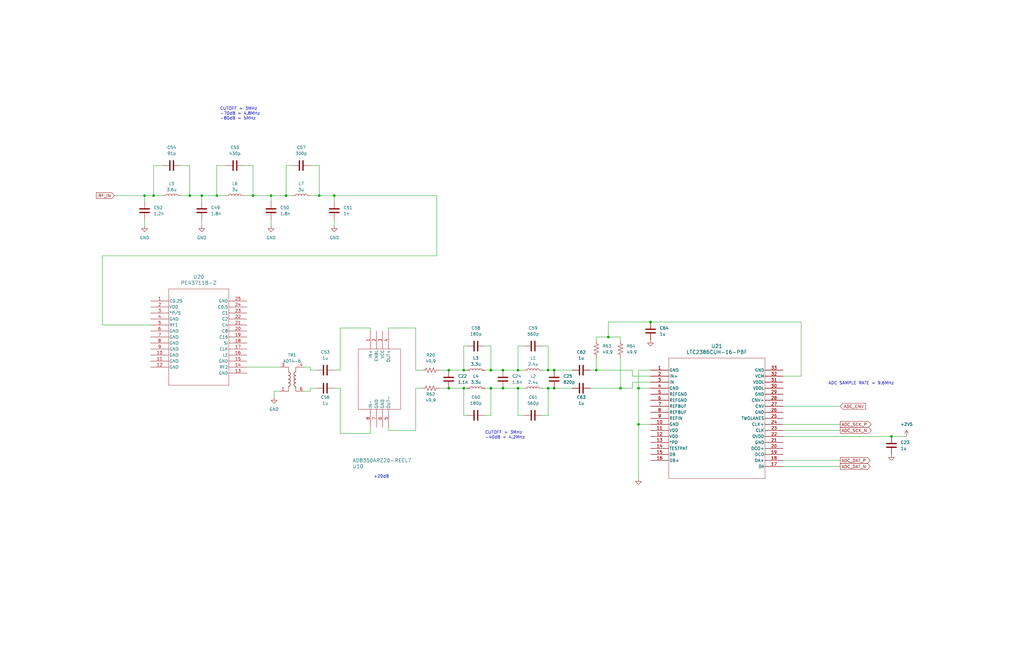
<source format=kicad_sch>
(kicad_sch (version 20230121) (generator eeschema)
  (paper "USLedger")
  (title_block (title "RF Frontend") (date "2024-02-02") (rev "0"))
  (lib_symbols
    (symbol "Device:C" (pin_numbers hide) (pin_names (offset 0.254))
      (property "Reference" "C" (at 0.635 2.54 0))
      (property "Value" "C" (at 0.635 -2.54 0))
      (symbol "C_0_1"
        (polyline (pts (xy -2.032 -0.762) (xy 2.032 -0.762)) (stroke (width 0.508)))
        (polyline (pts (xy -2.032 0.762) (xy 2.032 0.762)) (stroke (width 0.508)))
      )
      (symbol "C_1_1"
        (pin passive line (at 0 3.81 270) (length 2.794) (name "~") (number "1"))
        (pin passive line (at 0 -3.81 90) (length 2.794) (name "~") (number "2"))
      )
    )
    (symbol "Device:L" (pin_numbers hide) (pin_names (offset 1.016) hide)
      (property "Reference" "L" (at -1.27 0 90))
      (property "Value" "L" (at 1.905 0 90))
      (symbol "L_0_1"
        (arc (start 0 -2.54) (mid 0.6323 -1.905) (end 0 -1.27))
        (arc (start 0 -1.27) (mid 0.6323 -0.635) (end 0 0))
        (arc (start 0 0) (mid 0.6323 0.635) (end 0 1.27))
        (arc (start 0 1.27) (mid 0.6323 1.905) (end 0 2.54))
      )
      (symbol "L_1_1"
        (pin passive line (at 0 3.81 270) (length 1.27) (name "1") (number "1"))
        (pin passive line (at 0 -3.81 90) (length 1.27) (name "2") (number "2"))
      )
    )
    (symbol "Device:R_US" (pin_numbers hide) (pin_names (offset 0))
      (property "Reference" "R" (at 2.54 0 90))
      (property "Value" "R_US" (at -2.54 0 90))
      (symbol "R_US_0_1"
        (polyline (pts (xy 0 -2.286) (xy 0 -2.54)))
        (polyline (pts (xy 0 2.286) (xy 0 2.54)))
        (polyline (pts (xy 0 -0.762) (xy 1.016 -1.143) (xy 0 -1.524) (xy -1.016 -1.905) (xy 0 -2.286)))
        (polyline (pts (xy 0 0.762) (xy 1.016 0.381) (xy 0 0) (xy -1.016 -0.381) (xy 0 -0.762)))
        (polyline (pts (xy 0 2.286) (xy 1.016 1.905) (xy 0 1.524) (xy -1.016 1.143) (xy 0 0.762)))
      )
      (symbol "R_US_1_1"
        (pin passive line (at 0 3.81 270) (length 1.27) (name "~") (number "1"))
        (pin passive line (at 0 -3.81 90) (length 1.27) (name "~") (number "2"))
      )
    )
    (symbol "Transformer:ADT4-6" (pin_names hide)
      (property "Reference" "TR" (at 0 6.35 0))
      (property "Value" "ADT4-6" (at 0 -6.35 0))
      (symbol "ADT4-6_0_1"
        (arc (start -1.524 -3.048) (mid -0.7653 -2.286) (end -1.524 -1.524) (stroke (width 0.2032)))
        (arc (start -1.524 -1.524) (mid -0.7653 -0.762) (end -1.524 0) (stroke (width 0.2032)))
        (arc (start -1.524 0) (mid -0.7653 0.762) (end -1.524 1.524) (stroke (width 0.2032)))
        (arc (start -1.524 1.524) (mid -0.7653 2.286) (end -1.524 3.048) (stroke (width 0.2032)))
        (polyline (pts (xy -2.54 5.08) (xy -1.524 5.08) (xy -1.524 3.048)) (stroke (width 0.1524)))
        (polyline (pts (xy -1.524 -3.048) (xy -1.524 -5.08) (xy -2.54 -5.08)) (stroke (width 0.1524)))
        (polyline (pts (xy 1.524 3.048) (xy 1.524 5.08) (xy 2.54 5.08)) (stroke (width 0.1524)))
        (polyline (pts (xy 2.54 -5.08) (xy 1.524 -5.08) (xy 1.524 -3.048)) (stroke (width 0.1524)))
        (arc (start 1.524 -1.524) (mid 0.7653 -2.286) (end 1.524 -3.048) (stroke (width 0.2032)))
        (arc (start 1.524 0) (mid 0.7653 -0.762) (end 1.524 -1.524) (stroke (width 0.2032)))
        (arc (start 1.524 1.524) (mid 0.7653 0.762) (end 1.524 0) (stroke (width 0.2032)))
        (arc (start 1.524 3.048) (mid 0.7653 2.286) (end 1.524 1.524) (stroke (width 0.2032)))
      )
      (symbol "ADT4-6_1_1"
        (pin passive line (at -5.08 -5.08 0) (length 2.54) (name "~") (number "1"))
        (pin passive line (at -5.08 5.08 0) (length 2.54) (name "~") (number "3"))
        (pin passive line (at 5.08 5.08 180) (length 2.54) (name "~") (number "4"))
        (pin passive line (at 5.08 -5.08 180) (length 2.54) (name "~") (number "6"))
      )
    )
    (symbol "bgelb_lib:AD8350ARZ20-REEL7" (pin_names (offset 0.254))
      (property "Reference" "U" (at 20.32 10.16 0))
      (property "Value" "AD8350ARZ20-REEL7" (at 20.32 7.62 0))
      (symbol "AD8350ARZ20-REEL7_0_1"
        (polyline (pts (xy 7.62 -12.7) (xy 33.02 -12.7)) (stroke (width 0.127)))
        (polyline (pts (xy 7.62 5.08) (xy 7.62 -12.7)) (stroke (width 0.127)))
        (polyline (pts (xy 33.02 -12.7) (xy 33.02 5.08)) (stroke (width 0.127)))
        (polyline (pts (xy 33.02 5.08) (xy 7.62 5.08)) (stroke (width 0.127)))
        (pin unspecified line (at 0 0 0) (length 7.62) (name "IN+") (number "1"))
        (pin power_in line (at 0 -2.54 0) (length 7.62) (name "ENBL") (number "2"))
        (pin power_in line (at 0 -5.08 0) (length 7.62) (name "VCC") (number "3"))
        (pin unspecified line (at 0 -7.62 0) (length 7.62) (name "OUT+") (number "4"))
        (pin unspecified line (at 40.64 -7.62 180) (length 7.62) (name "OUT-") (number "5"))
        (pin unspecified line (at 40.64 -5.08 180) (length 7.62) (name "GND") (number "6"))
        (pin unspecified line (at 40.64 -2.54 180) (length 7.62) (name "GND") (number "7"))
        (pin unspecified line (at 40.64 0 180) (length 7.62) (name "IN-") (number "8"))
      )
    )
    (symbol "bgelb_lib:LTC2386CUH-16-PBF" (pin_names (offset 0.254))
      (property "Reference" "U" (at 27.94 10.16 0))
      (property "Value" "LTC2386CUH-16-PBF" (at 27.94 7.62 0))
      (symbol "LTC2386CUH-16-PBF_0_1"
        (polyline (pts (xy 7.62 -45.72) (xy 48.26 -45.72)) (stroke (width 0.127)))
        (polyline (pts (xy 7.62 5.08) (xy 7.62 -45.72)) (stroke (width 0.127)))
        (polyline (pts (xy 48.26 -45.72) (xy 48.26 5.08)) (stroke (width 0.127)))
        (polyline (pts (xy 48.26 5.08) (xy 7.62 5.08)) (stroke (width 0.127)))
        (pin power_out line (at 0 0 0) (length 7.62) (name "GND") (number "1"))
        (pin power_out line (at 0 -22.86 0) (length 7.62) (name "GND") (number "10"))
        (pin power_in line (at 0 -25.4 0) (length 7.62) (name "VDD") (number "11"))
        (pin power_in line (at 0 -27.94 0) (length 7.62) (name "VDD") (number "12"))
        (pin input line (at 0 -30.48 0) (length 7.62) (name "*PD") (number "13"))
        (pin input line (at 0 -33.02 0) (length 7.62) (name "TESTPAT") (number "14"))
        (pin output line (at 0 -35.56 0) (length 7.62) (name "DB") (number "15"))
        (pin output line (at 0 -38.1 0) (length 7.62) (name "DB+") (number "16"))
        (pin output line (at 55.88 -40.64 180) (length 7.62) (name "DA") (number "17"))
        (pin output line (at 55.88 -38.1 180) (length 7.62) (name "DA+") (number "18"))
        (pin output line (at 55.88 -35.56 180) (length 7.62) (name "DCO") (number "19"))
        (pin input line (at 0 -2.54 0) (length 7.62) (name "IN+") (number "2"))
        (pin output line (at 55.88 -33.02 180) (length 7.62) (name "DCO+") (number "20"))
        (pin power_out line (at 55.88 -30.48 180) (length 7.62) (name "GND") (number "21"))
        (pin power_in line (at 55.88 -27.94 180) (length 7.62) (name "OVDD") (number "22"))
        (pin input line (at 55.88 -25.4 180) (length 7.62) (name "CLK") (number "23"))
        (pin input line (at 55.88 -22.86 180) (length 7.62) (name "CLK+") (number "24"))
        (pin input line (at 55.88 -20.32 180) (length 7.62) (name "TWOLANES") (number "25"))
        (pin power_out line (at 55.88 -17.78 180) (length 7.62) (name "GND") (number "26"))
        (pin input line (at 55.88 -15.24 180) (length 7.62) (name "CNV") (number "27"))
        (pin input line (at 55.88 -12.7 180) (length 7.62) (name "CNV+") (number "28"))
        (pin power_out line (at 55.88 -10.16 180) (length 7.62) (name "GND") (number "29"))
        (pin input line (at 0 -5.08 0) (length 7.62) (name "IN") (number "3"))
        (pin power_in line (at 55.88 -7.62 180) (length 7.62) (name "VDDL") (number "30"))
        (pin power_in line (at 55.88 -5.08 180) (length 7.62) (name "VDDL") (number "31"))
        (pin output line (at 55.88 -2.54 180) (length 7.62) (name "VCM") (number "32"))
        (pin power_out line (at 55.88 0 180) (length 7.62) (name "GND") (number "33"))
        (pin power_out line (at 0 -7.62 0) (length 7.62) (name "GND") (number "4"))
        (pin power_out line (at 0 -10.16 0) (length 7.62) (name "REFGND") (number "5"))
        (pin power_out line (at 0 -12.7 0) (length 7.62) (name "REFGND") (number "6"))
        (pin output line (at 0 -15.24 0) (length 7.62) (name "REFBUF") (number "7"))
        (pin output line (at 0 -17.78 0) (length 7.62) (name "REFBUF") (number "8"))
        (pin input line (at 0 -20.32 0) (length 7.62) (name "REFIN") (number "9"))
      )
    )
    (symbol "bgelb_lib:PE43711B-Z" (pin_names (offset 0.254))
      (property "Reference" "U" (at 20.32 10.16 0))
      (property "Value" "PE43711B-Z" (at 20.32 7.62 0))
      (symbol "PE43711B-Z_0_1"
        (polyline (pts (xy 7.62 -35.56) (xy 33.02 -35.56)) (stroke (width 0.127)))
        (polyline (pts (xy 7.62 5.08) (xy 7.62 -35.56)) (stroke (width 0.127)))
        (polyline (pts (xy 33.02 -35.56) (xy 33.02 5.08)) (stroke (width 0.127)))
        (polyline (pts (xy 33.02 5.08) (xy 7.62 5.08)) (stroke (width 0.127)))
        (pin bidirectional line (at 0 0 0) (length 7.62) (name "C0.25") (number "1"))
        (pin power_out line (at 0 -22.86 0) (length 7.62) (name "GND") (number "10"))
        (pin power_out line (at 0 -25.4 0) (length 7.62) (name "GND") (number "11"))
        (pin power_out line (at 0 -27.94 0) (length 7.62) (name "GND") (number "12"))
        (pin power_out line (at 40.64 -30.48 180) (length 7.62) (name "GND") (number "13"))
        (pin output line (at 40.64 -27.94 180) (length 7.62) (name "RF2") (number "14"))
        (pin power_out line (at 40.64 -25.4 180) (length 7.62) (name "GND") (number "15"))
        (pin input line (at 40.64 -22.86 180) (length 7.62) (name "LE") (number "16"))
        (pin input line (at 40.64 -20.32 180) (length 7.62) (name "CLK") (number "17"))
        (pin input line (at 40.64 -17.78 180) (length 7.62) (name "SI") (number "18"))
        (pin bidirectional line (at 40.64 -15.24 180) (length 7.62) (name "C16") (number "19"))
        (pin power_in line (at 0 -2.54 0) (length 7.62) (name "VDD") (number "2"))
        (pin bidirectional line (at 40.64 -12.7 180) (length 7.62) (name "C8") (number "20"))
        (pin bidirectional line (at 40.64 -10.16 180) (length 7.62) (name "C4") (number "21"))
        (pin bidirectional line (at 40.64 -7.62 180) (length 7.62) (name "C2") (number "22"))
        (pin bidirectional line (at 40.64 -5.08 180) (length 7.62) (name "C1") (number "23"))
        (pin bidirectional line (at 40.64 -2.54 180) (length 7.62) (name "C0.5") (number "24"))
        (pin power_out line (at 40.64 0 180) (length 7.62) (name "GND") (number "25"))
        (pin unspecified line (at 0 -5.08 0) (length 7.62) (name "*P/S") (number "3"))
        (pin power_out line (at 0 -7.62 0) (length 7.62) (name "GND") (number "4"))
        (pin input line (at 0 -10.16 0) (length 7.62) (name "RF1") (number "5"))
        (pin power_out line (at 0 -12.7 0) (length 7.62) (name "GND") (number "6"))
        (pin power_out line (at 0 -15.24 0) (length 7.62) (name "GND") (number "7"))
        (pin power_out line (at 0 -17.78 0) (length 7.62) (name "GND") (number "8"))
        (pin power_out line (at 0 -20.32 0) (length 7.62) (name "GND") (number "9"))
      )
    )
    (symbol "power:+2V5" (power) (pin_names (offset 0))
      (property "Value" "+2V5" (at 0 3.556 0))
      (symbol "+2V5_0_1"
        (polyline (pts (xy -0.762 1.27) (xy 0 2.54)))
        (polyline (pts (xy 0 0) (xy 0 2.54)))
        (polyline (pts (xy 0 2.54) (xy 0.762 1.27)))
      )
      (symbol "+2V5_1_1"
        (pin power_in line (at 0 0 90) (length 0) hide (name "+2V5") (number "1"))
      )
    )
    (symbol "power:GND" (power) (pin_names (offset 0))
      (property "Value" "GND" (at 0 -3.81 0))
      (symbol "GND_0_1"
        (polyline (pts (xy 0 0) (xy 0 -1.27) (xy 1.27 -1.27) (xy 0 -2.54) (xy -1.27 -1.27) (xy 0 -1.27)))
      )
      (symbol "GND_1_1"
        (pin power_in line (at 0 0 270) (length 0) hide (name "GND") (number "1"))
      )
    )
  )
  (junction (at 85.09 82.55))
  (junction (at 256.54 142.24))
  (junction (at 375.92 184.15))
  (junction (at 231.14 163.83))
  (junction (at 233.68 156.21))
  (junction (at 80.01 82.55))
  (junction (at 231.14 156.21))
  (junction (at 189.23 163.83))
  (junction (at 140.97 82.55))
  (junction (at 269.24 163.83))
  (junction (at 251.46 156.21))
  (junction (at 274.32 135.89))
  (junction (at 261.62 163.83))
  (junction (at 212.09 163.83))
  (junction (at 212.09 156.21))
  (junction (at 233.68 163.83))
  (junction (at 91.44 82.55))
  (junction (at 195.58 163.83))
  (junction (at 60.96 82.55))
  (junction (at 106.68 82.55))
  (junction (at 218.44 156.21))
  (junction (at 120.65 82.55))
  (junction (at 134.62 82.55))
  (junction (at 218.44 163.83))
  (junction (at 207.01 163.83))
  (junction (at 64.77 82.55))
  (junction (at 207.01 156.21))
  (junction (at 114.3 82.55))
  (junction (at 189.23 156.21))
  (junction (at 269.24 179.07))
  (junction (at 195.58 156.21))
  (wire (pts (xy 228.6 175.26) (xy 231.14 175.26)))
  (wire (pts (xy 269.24 163.83) (xy 269.24 179.07)))
  (wire (pts (xy 251.46 143.51) (xy 251.46 142.24)))
  (wire (pts (xy 43.18 137.16) (xy 43.18 107.95)))
  (wire (pts (xy 274.32 161.29) (xy 266.7 161.29)))
  (wire (pts (xy 207.01 175.26) (xy 207.01 163.83)))
  (wire (pts (xy 261.62 142.24) (xy 261.62 143.51)))
  (wire (pts (xy 248.92 156.21) (xy 251.46 156.21)))
  (wire (pts (xy 195.58 163.83) (xy 196.85 163.83)))
  (wire (pts (xy 330.2 158.75) (xy 337.82 158.75)))
  (wire (pts (xy 175.26 181.61) (xy 175.26 163.83)))
  (wire (pts (xy 207.01 163.83) (xy 212.09 163.83)))
  (wire (pts (xy 269.24 163.83) (xy 274.32 163.83)))
  (wire (pts (xy 175.26 138.43) (xy 175.26 156.21)))
  (wire (pts (xy 274.32 158.75) (xy 266.7 158.75)))
  (wire (pts (xy 115.57 165.1) (xy 118.11 165.1)))
  (wire (pts (xy 218.44 163.83) (xy 220.98 163.83)))
  (wire (pts (xy 76.2 82.55) (xy 80.01 82.55)))
  (wire (pts (xy 330.2 179.07) (xy 354.33 179.07)))
  (wire (pts (xy 130.81 163.83) (xy 133.35 163.83)))
  (wire (pts (xy 266.7 158.75) (xy 266.7 156.21)))
  (wire (pts (xy 163.83 180.34) (xy 163.83 181.61)))
  (wire (pts (xy 189.23 163.83) (xy 195.58 163.83)))
  (wire (pts (xy 134.62 82.55) (xy 140.97 82.55)))
  (wire (pts (xy 251.46 151.13) (xy 251.46 156.21)))
  (wire (pts (xy 130.81 156.21) (xy 133.35 156.21)))
  (wire (pts (xy 228.6 156.21) (xy 231.14 156.21)))
  (wire (pts (xy 184.15 107.95) (xy 184.15 82.55)))
  (wire (pts (xy 269.24 179.07) (xy 269.24 201.93)))
  (wire (pts (xy 128.27 165.1) (xy 130.81 165.1)))
  (wire (pts (xy 163.83 138.43) (xy 175.26 138.43)))
  (wire (pts (xy 163.83 181.61) (xy 175.26 181.61)))
  (wire (pts (xy 228.6 163.83) (xy 231.14 163.83)))
  (wire (pts (xy 43.18 107.95) (xy 184.15 107.95)))
  (wire (pts (xy 156.21 138.43) (xy 156.21 139.7)))
  (wire (pts (xy 195.58 156.21) (xy 196.85 156.21)))
  (wire (pts (xy 143.51 163.83) (xy 143.51 182.88)))
  (wire (pts (xy 85.09 82.55) (xy 85.09 85.09)))
  (wire (pts (xy 60.96 82.55) (xy 60.96 85.09)))
  (wire (pts (xy 212.09 156.21) (xy 218.44 156.21)))
  (wire (pts (xy 261.62 163.83) (xy 266.7 163.83)))
  (wire (pts (xy 95.25 69.85) (xy 91.44 69.85)))
  (wire (pts (xy 231.14 156.21) (xy 233.68 156.21)))
  (wire (pts (xy 218.44 175.26) (xy 218.44 163.83)))
  (wire (pts (xy 266.7 161.29) (xy 266.7 163.83)))
  (wire (pts (xy 91.44 69.85) (xy 91.44 82.55)))
  (wire (pts (xy 64.77 82.55) (xy 68.58 82.55)))
  (wire (pts (xy 134.62 69.85) (xy 134.62 82.55)))
  (wire (pts (xy 212.09 163.83) (xy 218.44 163.83)))
  (wire (pts (xy 115.57 167.64) (xy 115.57 165.1)))
  (wire (pts (xy 120.65 82.55) (xy 123.19 82.55)))
  (wire (pts (xy 330.2 196.85) (xy 354.33 196.85)))
  (wire (pts (xy 337.82 158.75) (xy 337.82 135.89)))
  (wire (pts (xy 143.51 138.43) (xy 156.21 138.43)))
  (wire (pts (xy 114.3 82.55) (xy 120.65 82.55)))
  (wire (pts (xy 184.15 82.55) (xy 140.97 82.55)))
  (wire (pts (xy 114.3 92.71) (xy 114.3 95.25)))
  (wire (pts (xy 218.44 156.21) (xy 220.98 156.21)))
  (wire (pts (xy 231.14 175.26) (xy 231.14 163.83)))
  (wire (pts (xy 128.27 154.94) (xy 130.81 154.94)))
  (wire (pts (xy 330.2 194.31) (xy 354.33 194.31)))
  (wire (pts (xy 102.87 69.85) (xy 106.68 69.85)))
  (wire (pts (xy 330.2 184.15) (xy 375.92 184.15)))
  (wire (pts (xy 156.21 182.88) (xy 156.21 180.34)))
  (wire (pts (xy 143.51 156.21) (xy 143.51 138.43)))
  (wire (pts (xy 220.98 146.05) (xy 218.44 146.05)))
  (wire (pts (xy 102.87 82.55) (xy 106.68 82.55)))
  (wire (pts (xy 233.68 156.21) (xy 241.3 156.21)))
  (wire (pts (xy 120.65 69.85) (xy 120.65 82.55)))
  (wire (pts (xy 274.32 135.89) (xy 256.54 135.89)))
  (wire (pts (xy 76.2 69.85) (xy 80.01 69.85)))
  (wire (pts (xy 60.96 82.55) (xy 64.77 82.55)))
  (wire (pts (xy 256.54 142.24) (xy 261.62 142.24)))
  (wire (pts (xy 80.01 69.85) (xy 80.01 82.55)))
  (wire (pts (xy 91.44 82.55) (xy 95.25 82.55)))
  (wire (pts (xy 231.14 163.83) (xy 233.68 163.83)))
  (wire (pts (xy 207.01 156.21) (xy 212.09 156.21)))
  (wire (pts (xy 196.85 146.05) (xy 195.58 146.05)))
  (wire (pts (xy 130.81 82.55) (xy 134.62 82.55)))
  (wire (pts (xy 106.68 69.85) (xy 106.68 82.55)))
  (wire (pts (xy 130.81 165.1) (xy 130.81 163.83)))
  (wire (pts (xy 330.2 171.45) (xy 354.33 171.45)))
  (wire (pts (xy 185.42 163.83) (xy 189.23 163.83)))
  (wire (pts (xy 337.82 135.89) (xy 274.32 135.89)))
  (wire (pts (xy 140.97 92.71) (xy 140.97 95.25)))
  (wire (pts (xy 204.47 156.21) (xy 207.01 156.21)))
  (wire (pts (xy 207.01 146.05) (xy 207.01 156.21)))
  (wire (pts (xy 123.19 69.85) (xy 120.65 69.85)))
  (wire (pts (xy 231.14 146.05) (xy 231.14 156.21)))
  (wire (pts (xy 269.24 179.07) (xy 274.32 179.07)))
  (wire (pts (xy 106.68 82.55) (xy 114.3 82.55)))
  (wire (pts (xy 163.83 139.7) (xy 163.83 138.43)))
  (wire (pts (xy 48.26 82.55) (xy 60.96 82.55)))
  (wire (pts (xy 140.97 163.83) (xy 143.51 163.83)))
  (wire (pts (xy 185.42 156.21) (xy 189.23 156.21)))
  (wire (pts (xy 68.58 69.85) (xy 64.77 69.85)))
  (wire (pts (xy 375.92 184.15) (xy 382.27 184.15)))
  (wire (pts (xy 64.77 69.85) (xy 64.77 82.55)))
  (wire (pts (xy 269.24 156.21) (xy 269.24 163.83)))
  (wire (pts (xy 85.09 92.71) (xy 85.09 95.25)))
  (wire (pts (xy 85.09 82.55) (xy 91.44 82.55)))
  (wire (pts (xy 251.46 142.24) (xy 256.54 142.24)))
  (wire (pts (xy 248.92 163.83) (xy 261.62 163.83)))
  (wire (pts (xy 274.32 156.21) (xy 269.24 156.21)))
  (wire (pts (xy 228.6 146.05) (xy 231.14 146.05)))
  (wire (pts (xy 175.26 156.21) (xy 177.8 156.21)))
  (wire (pts (xy 175.26 163.83) (xy 177.8 163.83)))
  (wire (pts (xy 60.96 92.71) (xy 60.96 95.25)))
  (wire (pts (xy 130.81 69.85) (xy 134.62 69.85)))
  (wire (pts (xy 251.46 156.21) (xy 266.7 156.21)))
  (wire (pts (xy 189.23 156.21) (xy 195.58 156.21)))
  (wire (pts (xy 143.51 182.88) (xy 156.21 182.88)))
  (wire (pts (xy 220.98 175.26) (xy 218.44 175.26)))
  (wire (pts (xy 261.62 151.13) (xy 261.62 163.83)))
  (wire (pts (xy 63.5 137.16) (xy 43.18 137.16)))
  (wire (pts (xy 114.3 82.55) (xy 114.3 85.09)))
  (wire (pts (xy 218.44 146.05) (xy 218.44 156.21)))
  (wire (pts (xy 140.97 82.55) (xy 140.97 85.09)))
  (wire (pts (xy 196.85 175.26) (xy 195.58 175.26)))
  (wire (pts (xy 204.47 146.05) (xy 207.01 146.05)))
  (wire (pts (xy 118.11 154.94) (xy 104.14 154.94)))
  (wire (pts (xy 233.68 163.83) (xy 241.3 163.83)))
  (wire (pts (xy 140.97 156.21) (xy 143.51 156.21)))
  (wire (pts (xy 80.01 82.55) (xy 85.09 82.55)))
  (wire (pts (xy 204.47 163.83) (xy 207.01 163.83)))
  (wire (pts (xy 195.58 146.05) (xy 195.58 156.21)))
  (wire (pts (xy 330.2 181.61) (xy 354.33 181.61)))
  (wire (pts (xy 204.47 175.26) (xy 207.01 175.26)))
  (wire (pts (xy 256.54 135.89) (xy 256.54 142.24)))
  (wire (pts (xy 130.81 154.94) (xy 130.81 156.21)))
  (wire (pts (xy 195.58 175.26) (xy 195.58 163.83)))
  (text "CUTOFF = 3MHz\n-70dB = 4.8MHz\n-80dB = 5MHz" (at 92.71 50.8 0) (effects (font (size 1.27 1.27)) (justify left bottom)))
  (text "CUTOFF = 3MHz\n-40dB = 4.2MHz" (at 204.47 185.42 0) (effects (font (size 1.27 1.27)) (justify left bottom)))
  (text "+20dB" (at 157.48 201.93 0) (effects (font (size 1.27 1.27)) (justify left bottom)))
  (text "ADC SAMPLE RATE = 9.6MHz" (at 349.25 162.56 0) (effects (font (size 1.27 1.27)) (justify left bottom)))
  (global_label "ADC_DAT_N" (shape output) (at 354.33 196.85 0) (property "Intersheetrefs" "${INTERSHEET_REFS}" (effects hide)))
  (global_label "ADC_SCK_P" (shape output) (at 354.33 179.07 0) (property "Intersheetrefs" "${INTERSHEET_REFS}" (effects hide)))
  (global_label "ADC_DAT_P" (shape output) (at 354.33 194.31 0) (property "Intersheetrefs" "${INTERSHEET_REFS}" (effects hide)))
  (global_label "RF_IN" (shape input) (at 48.26 82.55 180) (property "Intersheetrefs" "${INTERSHEET_REFS}" (effects hide)))
  (global_label "ADC_CNV" (shape input) (at 354.33 171.45 0) (property "Intersheetrefs" "${INTERSHEET_REFS}" (effects hide)))
  (global_label "ADC_SCK_N" (shape output) (at 354.33 181.61 0) (property "Intersheetrefs" "${INTERSHEET_REFS}" (effects hide)))
  (symbol (lib_id "Device:C") (at 127 69.85 90) (unit 1)
    (property "Reference" "C57" (at 127 62.23 90))
    (property "Value" "300p" (at 127 64.77 90))
  )
  (symbol (lib_id "Device:L") (at 200.66 163.83 90) (unit 1)
    (property "Reference" "L4" (at 200.66 158.75 90))
    (property "Value" "3.3u" (at 200.66 161.29 90))
  )
  (symbol (lib_id "Device:L") (at 127 82.55 90) (unit 1)
    (property "Reference" "L7" (at 127 77.47 90))
    (property "Value" "3u" (at 127 80.01 90))
  )
  (symbol (lib_id "Device:C") (at 99.06 69.85 90) (unit 1)
    (property "Reference" "C55" (at 99.06 62.23 90))
    (property "Value" "430p" (at 99.06 64.77 90))
  )
  (symbol (lib_id "bgelb_lib:LTC2386CUH-16-PBF") (at 274.32 156.21 0) (unit 1)
    (property "Reference" "U21" (at 302.26 146.05 0) (effects (font (size 1.524 1.524))))
    (property "Value" "LTC2386CUH-16-PBF" (at 302.26 148.59 0) (effects (font (size 1.524 1.524))))
    (property "Footprint" "UH_32_ADI" (effects hide))
    (property "Datasheet" "LTC2386CUH-16-PBF" (effects hide))
  )
  (symbol (lib_id "Device:C") (at 233.68 160.02 0) (unit 1)
    (property "Reference" "C25" (at 237.49 158.75 0) (effects (justify left)))
    (property "Value" "820p" (at 237.49 161.29 0) (effects (justify left)))
  )
  (symbol (lib_id "power:GND") (at 60.96 95.25 0) (unit 1)
    (property "Reference" "#PWR056" (effects hide))
    (property "Value" "GND" (at 60.96 100.33 0))
  )
  (symbol (lib_id "Device:C") (at 200.66 146.05 90) (unit 1)
    (property "Reference" "C58" (at 200.66 138.43 90))
    (property "Value" "180p" (at 200.66 140.97 90))
  )
  (symbol (lib_id "power:GND") (at 140.97 95.25 0) (unit 1)
    (property "Reference" "#PWR0122" (effects hide))
    (property "Value" "GND" (at 140.97 100.33 0))
  )
  (symbol (lib_id "Device:C") (at 137.16 163.83 90) (unit 1)
    (property "Reference" "C56" (at 137.16 167.64 90))
    (property "Value" "1u" (at 137.16 170.18 90))
  )
  (symbol (lib_id "Device:R_US") (at 261.62 147.32 0) (unit 1)
    (property "Reference" "R64" (at 264.16 146.05 0) (effects (justify left)))
    (property "Value" "49.9" (at 264.16 148.59 0) (effects (justify left)))
  )
  (symbol (lib_id "Device:R_US") (at 251.46 147.32 0) (unit 1)
    (property "Reference" "R63" (at 254 146.05 0) (effects (justify left)))
    (property "Value" "49.9" (at 254 148.59 0) (effects (justify left)))
  )
  (symbol (lib_id "Device:C") (at 60.96 88.9 0) (unit 1)
    (property "Reference" "C52" (at 64.77 87.63 0) (effects (justify left)))
    (property "Value" "1.2n" (at 64.77 90.17 0) (effects (justify left)))
  )
  (symbol (lib_id "Device:L") (at 224.79 163.83 90) (unit 1)
    (property "Reference" "L2" (at 224.79 158.75 90))
    (property "Value" "2.4u" (at 224.79 161.29 90))
  )
  (symbol (lib_id "Device:C") (at 200.66 175.26 90) (unit 1)
    (property "Reference" "C60" (at 200.66 167.64 90))
    (property "Value" "180p" (at 200.66 170.18 90))
  )
  (symbol (lib_id "Device:C") (at 140.97 88.9 0) (unit 1)
    (property "Reference" "C51" (at 144.78 87.63 0) (effects (justify left)))
    (property "Value" "1n" (at 144.78 90.17 0) (effects (justify left)))
  )
  (symbol (lib_id "power:GND") (at 274.32 143.51 0) (unit 1)
    (property "Reference" "#PWR055" (effects hide))
    (property "Value" "GND" (effects hide))
  )
  (symbol (lib_id "Device:R_US") (at 181.61 156.21 90) (unit 1)
    (property "Reference" "R20" (at 181.61 149.86 90))
    (property "Value" "49.9" (at 181.61 152.4 90))
  )
  (symbol (lib_id "power:+2V5") (at 382.27 184.15 0) (unit 1)
    (property "Reference" "#PWR051" (effects hide))
    (property "Value" "+2V5" (at 382.27 179.07 0))
  )
  (symbol (lib_id "Device:C") (at 137.16 156.21 90) (unit 1)
    (property "Reference" "C53" (at 137.16 148.59 90))
    (property "Value" "1u" (at 137.16 151.13 90))
  )
  (symbol (lib_id "Device:C") (at 212.09 160.02 0) (unit 1)
    (property "Reference" "C24" (at 215.9 158.75 0) (effects (justify left)))
    (property "Value" "1.6n" (at 215.9 161.29 0) (effects (justify left)))
  )
  (symbol (lib_id "power:GND") (at 85.09 95.25 0) (unit 1)
    (property "Reference" "#PWR057" (effects hide))
    (property "Value" "GND" (at 85.09 100.33 0))
  )
  (symbol (lib_id "Transformer:ADT4-6") (at 123.19 160.02 0) (unit 1)
    (property "Reference" "TR1" (at 123.19 149.86 0))
    (property "Value" "ADT4-6" (at 123.19 152.4 0))
    (property "Footprint" "RF_Mini-Circuits:Mini-Circuits_CD637_H5.23mm" (effects hide))
    (property "Datasheet" "https://www.minicircuits.com/pdfs/ADT4-6+.pdf" (effects hide))
  )
  (symbol (lib_id "Device:C") (at 72.39 69.85 90) (unit 1)
    (property "Reference" "C54" (at 72.39 62.23 90))
    (property "Value" "91p" (at 72.39 64.77 90))
  )
  (symbol (lib_id "Device:C") (at 189.23 160.02 0) (unit 1)
    (property "Reference" "C22" (at 193.04 158.75 0) (effects (justify left)))
    (property "Value" "1.1n" (at 193.04 161.29 0) (effects (justify left)))
  )
  (symbol (lib_id "Device:L") (at 200.66 156.21 90) (unit 1)
    (property "Reference" "L3" (at 200.66 151.13 90))
    (property "Value" "3.3u" (at 200.66 153.67 90))
  )
  (symbol (lib_id "Device:C") (at 224.79 175.26 90) (unit 1)
    (property "Reference" "C61" (at 224.79 167.64 90))
    (property "Value" "560p" (at 224.79 170.18 90))
  )
  (symbol (lib_id "power:GND") (at 375.92 191.77 0) (unit 1)
    (property "Reference" "#PWR054" (effects hide))
    (property "Value" "GND" (effects hide))
  )
  (symbol (lib_id "Device:C") (at 245.11 156.21 90) (unit 1)
    (property "Reference" "C62" (at 245.11 148.59 90))
    (property "Value" "1u" (at 245.11 151.13 90))
  )
  (symbol (lib_id "Device:L") (at 224.79 156.21 90) (unit 1)
    (property "Reference" "L1" (at 224.79 151.13 90))
    (property "Value" "2.4u" (at 224.79 153.67 90))
  )
  (symbol (lib_id "power:GND") (at 114.3 95.25 0) (unit 1)
    (property "Reference" "#PWR0121" (effects hide))
    (property "Value" "GND" (at 114.3 100.33 0))
  )
  (symbol (lib_id "bgelb_lib:AD8350ARZ20-REEL7") (at 156.21 139.7 90) (mirror x) (unit 1)
    (property "Reference" "U10" (at 148.59 196.85 90) (effects (font (size 1.524 1.524)) (justify right)))
    (property "Value" "AD8350ARZ20-REEL7" (at 148.59 194.31 90) (effects (font (size 1.524 1.524)) (justify right)))
    (property "Footprint" "R_8_ADI" (effects hide))
    (property "Datasheet" "AD8350ARZ20-REEL7" (effects hide))
  )
  (symbol (lib_id "Device:C") (at 245.11 163.83 90) (unit 1)
    (property "Reference" "C63" (at 245.11 167.64 90))
    (property "Value" "1u" (at 245.11 170.18 90))
  )
  (symbol (lib_id "Device:R_US") (at 181.61 163.83 90) (unit 1)
    (property "Reference" "R62" (at 181.61 166.37 90))
    (property "Value" "49.9" (at 181.61 168.91 90))
  )
  (symbol (lib_id "Device:C") (at 375.92 187.96 0) (unit 1)
    (property "Reference" "C23" (at 379.73 186.69 0) (effects (justify left)))
    (property "Value" "1u" (at 379.73 189.23 0) (effects (justify left)))
  )
  (symbol (lib_id "power:GND") (at 269.24 201.93 0) (unit 1)
    (property "Reference" "#PWR046" (effects hide))
    (property "Value" "GND" (effects hide))
  )
  (symbol (lib_id "Device:C") (at 224.79 146.05 90) (unit 1)
    (property "Reference" "C59" (at 224.79 138.43 90))
    (property "Value" "560p" (at 224.79 140.97 90))
  )
  (symbol (lib_id "bgelb_lib:PE43711B-Z") (at 63.5 127 0) (unit 1)
    (property "Reference" "U20" (at 83.82 116.84 0) (effects (font (size 1.524 1.524))))
    (property "Value" "PE43711B-Z" (at 83.82 119.38 0) (effects (font (size 1.524 1.524))))
    (property "Footprint" "QFN24_4X4_PSM" (effects hide))
    (property "Datasheet" "PE43711B-Z" (effects hide))
  )
  (symbol (lib_id "Device:C") (at 114.3 88.9 0) (unit 1)
    (property "Reference" "C50" (at 118.11 87.63 0) (effects (justify left)))
    (property "Value" "1.8n" (at 118.11 90.17 0) (effects (justify left)))
  )
  (symbol (lib_id "Device:L") (at 99.06 82.55 90) (unit 1)
    (property "Reference" "L6" (at 99.06 77.47 90))
    (property "Value" "3u" (at 99.06 80.01 90))
  )
  (symbol (lib_id "power:GND") (at 115.57 167.64 0) (unit 1)
    (property "Reference" "#PWR053" (effects hide))
    (property "Value" "GND" (at 115.57 172.72 0))
  )
  (symbol (lib_id "Device:L") (at 72.39 82.55 90) (unit 1)
    (property "Reference" "L5" (at 72.39 77.47 90))
    (property "Value" "3.6u" (at 72.39 80.01 90))
  )
  (symbol (lib_id "Device:C") (at 274.32 139.7 0) (unit 1)
    (property "Reference" "C64" (at 278.13 138.43 0) (effects (justify left)))
    (property "Value" "1u" (at 278.13 140.97 0) (effects (justify left)))
  )
  (symbol (lib_id "Device:C") (at 85.09 88.9 0) (unit 1)
    (property "Reference" "C49" (at 88.9 87.63 0) (effects (justify left)))
    (property "Value" "1.8n" (at 88.9 90.17 0) (effects (justify left)))
  )
)
</source>
